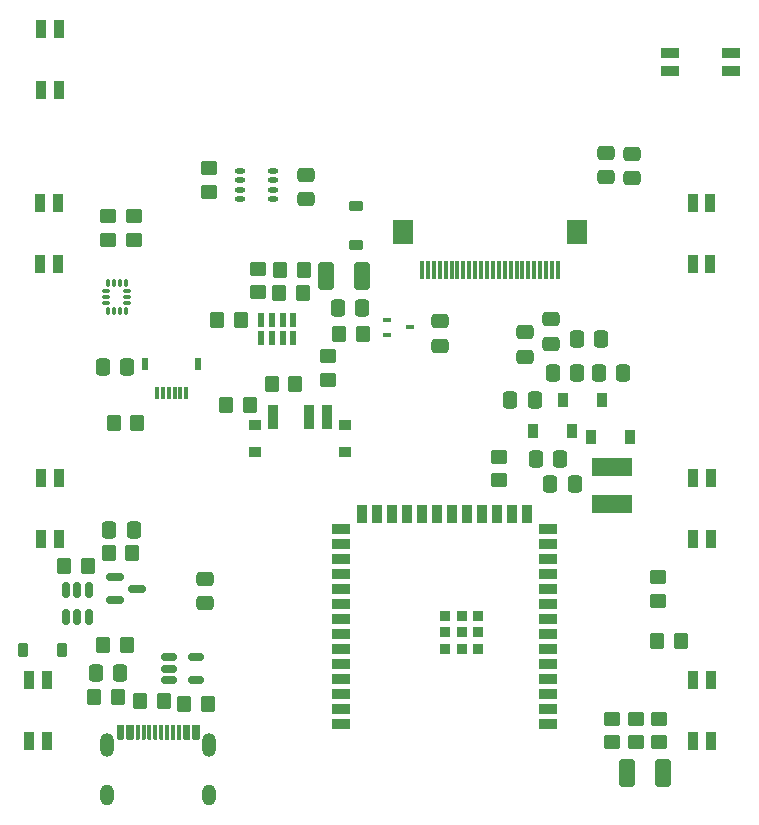
<source format=gtp>
G04 #@! TF.GenerationSoftware,KiCad,Pcbnew,(7.0.0)*
G04 #@! TF.CreationDate,2023-03-27T20:50:48+02:00*
G04 #@! TF.ProjectId,S3-27-epaper-touch,53332d32-372d-4657-9061-7065722d746f,rev?*
G04 #@! TF.SameCoordinates,Original*
G04 #@! TF.FileFunction,Paste,Top*
G04 #@! TF.FilePolarity,Positive*
%FSLAX46Y46*%
G04 Gerber Fmt 4.6, Leading zero omitted, Abs format (unit mm)*
G04 Created by KiCad (PCBNEW (7.0.0)) date 2023-03-27 20:50:48*
%MOMM*%
%LPD*%
G01*
G04 APERTURE LIST*
G04 Aperture macros list*
%AMRoundRect*
0 Rectangle with rounded corners*
0 $1 Rounding radius*
0 $2 $3 $4 $5 $6 $7 $8 $9 X,Y pos of 4 corners*
0 Add a 4 corners polygon primitive as box body*
4,1,4,$2,$3,$4,$5,$6,$7,$8,$9,$2,$3,0*
0 Add four circle primitives for the rounded corners*
1,1,$1+$1,$2,$3*
1,1,$1+$1,$4,$5*
1,1,$1+$1,$6,$7*
1,1,$1+$1,$8,$9*
0 Add four rect primitives between the rounded corners*
20,1,$1+$1,$2,$3,$4,$5,0*
20,1,$1+$1,$4,$5,$6,$7,0*
20,1,$1+$1,$6,$7,$8,$9,0*
20,1,$1+$1,$8,$9,$2,$3,0*%
G04 Aperture macros list end*
%ADD10O,1.200000X2.000000*%
%ADD11O,1.200000X1.800000*%
%ADD12R,0.300000X1.300000*%
%ADD13RoundRect,0.250000X-0.350000X-0.450000X0.350000X-0.450000X0.350000X0.450000X-0.350000X0.450000X0*%
%ADD14RoundRect,0.250000X-0.450000X0.350000X-0.450000X-0.350000X0.450000X-0.350000X0.450000X0.350000X0*%
%ADD15RoundRect,0.225000X0.375000X-0.225000X0.375000X0.225000X-0.375000X0.225000X-0.375000X-0.225000X0*%
%ADD16RoundRect,0.250000X0.350000X0.450000X-0.350000X0.450000X-0.350000X-0.450000X0.350000X-0.450000X0*%
%ADD17RoundRect,0.250000X-0.337500X-0.475000X0.337500X-0.475000X0.337500X0.475000X-0.337500X0.475000X0*%
%ADD18RoundRect,0.250000X0.475000X-0.337500X0.475000X0.337500X-0.475000X0.337500X-0.475000X-0.337500X0*%
%ADD19R,0.500000X1.200000*%
%ADD20RoundRect,0.250000X0.337500X0.475000X-0.337500X0.475000X-0.337500X-0.475000X0.337500X-0.475000X0*%
%ADD21RoundRect,0.250000X0.450000X-0.350000X0.450000X0.350000X-0.450000X0.350000X-0.450000X-0.350000X0*%
%ADD22RoundRect,0.250000X-0.475000X0.337500X-0.475000X-0.337500X0.475000X-0.337500X0.475000X0.337500X0*%
%ADD23R,0.900000X2.000000*%
%ADD24R,1.100000X0.930000*%
%ADD25RoundRect,0.150000X-0.587500X-0.150000X0.587500X-0.150000X0.587500X0.150000X-0.587500X0.150000X0*%
%ADD26R,0.300000X1.500000*%
%ADD27R,1.800000X2.000000*%
%ADD28R,0.900000X1.200000*%
%ADD29RoundRect,0.150000X-0.512500X-0.150000X0.512500X-0.150000X0.512500X0.150000X-0.512500X0.150000X0*%
%ADD30RoundRect,0.250000X-0.412500X-0.925000X0.412500X-0.925000X0.412500X0.925000X-0.412500X0.925000X0*%
%ADD31RoundRect,0.150000X0.150000X-0.512500X0.150000X0.512500X-0.150000X0.512500X-0.150000X-0.512500X0*%
%ADD32R,0.300000X1.000000*%
%ADD33R,0.600000X1.000000*%
%ADD34RoundRect,0.225000X-0.225000X-0.375000X0.225000X-0.375000X0.225000X0.375000X-0.225000X0.375000X0*%
%ADD35R,0.900000X0.900000*%
%ADD36R,1.500000X0.900000*%
%ADD37R,0.900000X1.500000*%
%ADD38RoundRect,0.087500X-0.087500X0.225000X-0.087500X-0.225000X0.087500X-0.225000X0.087500X0.225000X0*%
%ADD39RoundRect,0.087500X-0.225000X0.087500X-0.225000X-0.087500X0.225000X-0.087500X0.225000X0.087500X0*%
%ADD40R,0.700000X0.450000*%
%ADD41R,3.500000X1.600000*%
%ADD42O,0.900000X0.448000*%
%ADD43RoundRect,0.082000X0.328000X0.718000X-0.328000X0.718000X-0.328000X-0.718000X0.328000X-0.718000X0*%
%ADD44RoundRect,0.082000X-0.328000X-0.718000X0.328000X-0.718000X0.328000X0.718000X-0.328000X0.718000X0*%
%ADD45RoundRect,0.082000X-0.718000X0.328000X-0.718000X-0.328000X0.718000X-0.328000X0.718000X0.328000X0*%
G04 APERTURE END LIST*
G36*
X116675000Y-119615000D02*
G01*
X116375000Y-119615000D01*
X116375000Y-118316000D01*
X116675000Y-118316000D01*
X116675000Y-119615000D01*
G37*
G36*
X117175000Y-119615000D02*
G01*
X116875000Y-119615000D01*
X116875000Y-118316000D01*
X117175000Y-118316000D01*
X117175000Y-119615000D01*
G37*
G36*
X117675000Y-119615000D02*
G01*
X117375000Y-119615000D01*
X117375000Y-118316000D01*
X117675000Y-118316000D01*
X117675000Y-119615000D01*
G37*
G36*
X118175000Y-119615000D02*
G01*
X117875000Y-119615000D01*
X117875000Y-118316000D01*
X118175000Y-118316000D01*
X118175000Y-119615000D01*
G37*
G36*
X118675000Y-119615000D02*
G01*
X118375000Y-119615000D01*
X118375000Y-118316000D01*
X118675000Y-118316000D01*
X118675000Y-119615000D01*
G37*
G36*
X119175000Y-119615000D02*
G01*
X118875000Y-119615000D01*
X118875000Y-118316000D01*
X119175000Y-118316000D01*
X119175000Y-119615000D01*
G37*
G36*
X119675000Y-119615000D02*
G01*
X119375000Y-119615000D01*
X119375000Y-118316000D01*
X119675000Y-118316000D01*
X119675000Y-119615000D01*
G37*
G36*
X120175000Y-119615000D02*
G01*
X119875000Y-119615000D01*
X119875000Y-118316000D01*
X120175000Y-118316000D01*
X120175000Y-119615000D01*
G37*
G36*
X115325000Y-119616000D02*
G01*
X114825000Y-119616000D01*
X114825000Y-119593000D01*
X114825000Y-118316000D01*
X115325000Y-118316000D01*
X115325000Y-119616000D01*
G37*
G36*
X116125000Y-119616000D02*
G01*
X115625000Y-119616000D01*
X115625000Y-119593000D01*
X115625000Y-118316000D01*
X116125000Y-118316000D01*
X116125000Y-119616000D01*
G37*
G36*
X120925000Y-119616000D02*
G01*
X120425000Y-119616000D01*
X120425000Y-119593000D01*
X120425000Y-118316000D01*
X120925000Y-118316000D01*
X120925000Y-119616000D01*
G37*
G36*
X121725000Y-119616000D02*
G01*
X121225000Y-119616000D01*
X121225000Y-119593000D01*
X121225000Y-118316000D01*
X121725000Y-118316000D01*
X121725000Y-119616000D01*
G37*
D10*
X113949999Y-120033999D03*
D11*
X113949999Y-124233999D03*
D10*
X122599999Y-120033999D03*
D11*
X122599999Y-124233999D03*
D12*
X114924999Y-118965999D03*
X115724999Y-118965999D03*
X117024999Y-118965999D03*
X118024999Y-118965999D03*
X118524999Y-118965999D03*
X119524999Y-118965999D03*
X120824999Y-118965999D03*
X121624999Y-118965999D03*
X121324999Y-118965999D03*
X120524999Y-118965999D03*
X120024999Y-118965999D03*
X119024999Y-118965999D03*
X117524999Y-118965999D03*
X116524999Y-118965999D03*
X116024999Y-118965999D03*
X115224999Y-118965999D03*
D13*
X110328200Y-104851200D03*
X112328200Y-104851200D03*
D14*
X147100000Y-95600000D03*
X147100000Y-97600000D03*
D15*
X135000000Y-77650000D03*
X135000000Y-74350000D03*
D16*
X114825000Y-115925000D03*
X112825000Y-115925000D03*
D17*
X133475000Y-83050000D03*
X135550000Y-83050000D03*
D14*
X158700000Y-117800000D03*
X158700000Y-119800000D03*
D18*
X149300000Y-87137500D03*
X149300000Y-85062500D03*
D14*
X160700000Y-117800000D03*
X160700000Y-119800000D03*
D19*
X126999999Y-85599999D03*
X127899999Y-85599999D03*
X128799999Y-85599999D03*
X129699999Y-85599999D03*
X129699999Y-83999999D03*
X128799999Y-83999999D03*
X127899999Y-83999999D03*
X126999999Y-83999999D03*
D20*
X152312500Y-95775000D03*
X150237500Y-95775000D03*
D21*
X126700000Y-81700000D03*
X126700000Y-79700000D03*
X116200000Y-77250000D03*
X116200000Y-75250000D03*
D18*
X130800000Y-73837500D03*
X130800000Y-71762500D03*
D17*
X155550000Y-88500000D03*
X157625000Y-88500000D03*
D13*
X128600000Y-79800000D03*
X130600000Y-79800000D03*
X127870000Y-89500000D03*
X129870000Y-89500000D03*
D20*
X155787500Y-85650000D03*
X153712500Y-85650000D03*
D22*
X158400000Y-69962500D03*
X158400000Y-72037500D03*
D21*
X132600000Y-89100000D03*
X132600000Y-87100000D03*
D22*
X156200000Y-69900000D03*
X156200000Y-71975000D03*
D23*
X128019999Y-92248999D03*
X131019999Y-92248999D03*
X132519999Y-92248999D03*
D24*
X134069999Y-92960999D03*
X134069999Y-95230999D03*
X126469999Y-95230999D03*
X126469999Y-92960999D03*
D25*
X114607100Y-105831600D03*
X114607100Y-107731600D03*
X116482100Y-106781600D03*
D16*
X115600000Y-111531400D03*
X113600000Y-111531400D03*
D17*
X112983100Y-113893600D03*
X115058100Y-113893600D03*
D21*
X122600000Y-73200000D03*
X122600000Y-71200000D03*
D26*
X152099999Y-79773999D03*
X151601999Y-79775999D03*
X151101999Y-79775999D03*
X150601999Y-79775999D03*
X150101999Y-79775999D03*
X149601999Y-79775999D03*
X149101999Y-79775999D03*
X148601999Y-79775999D03*
X148101999Y-79775999D03*
X147601999Y-79775999D03*
X147101999Y-79775999D03*
X146601999Y-79775999D03*
X146101999Y-79775999D03*
X145601999Y-79775999D03*
X145101999Y-79775999D03*
X144601999Y-79775999D03*
X144101999Y-79775999D03*
X143601999Y-79775999D03*
X143101999Y-79775999D03*
X142601999Y-79775999D03*
X142101999Y-79775999D03*
X141601999Y-79775999D03*
X141101999Y-79775999D03*
X140601999Y-79775999D03*
D27*
X153749999Y-76623999D03*
X138949999Y-76623999D03*
D17*
X114126100Y-101854000D03*
X116201100Y-101854000D03*
D20*
X153737500Y-88500000D03*
X151662500Y-88500000D03*
D14*
X114000000Y-75250000D03*
X114000000Y-77250000D03*
D28*
X155799999Y-90849999D03*
X152499999Y-90849999D03*
D13*
X160500000Y-111250000D03*
X162500000Y-111250000D03*
X123250000Y-84000000D03*
X125250000Y-84000000D03*
X114500000Y-92750000D03*
X116500000Y-92750000D03*
D18*
X122250000Y-108037500D03*
X122250000Y-105962500D03*
D29*
X119187500Y-112600000D03*
X119187500Y-113550000D03*
X119187500Y-114500000D03*
X121462500Y-114500000D03*
X121462500Y-112600000D03*
D30*
X157925000Y-122400000D03*
X161000000Y-122400000D03*
D31*
X110479800Y-109214500D03*
X111429800Y-109214500D03*
X112379800Y-109214500D03*
X112379800Y-106939500D03*
X111429800Y-106939500D03*
X110479800Y-106939500D03*
D16*
X135600000Y-85200000D03*
X133600000Y-85200000D03*
D32*
X118149999Y-90249999D03*
X118649999Y-90249999D03*
X119149999Y-90249999D03*
X119649999Y-90249999D03*
X120149999Y-90249999D03*
X120649999Y-90249999D03*
D33*
X121649999Y-87749999D03*
X117149999Y-87749999D03*
D13*
X120470000Y-116560600D03*
X122470000Y-116560600D03*
X128500000Y-81750000D03*
X130500000Y-81750000D03*
X116750000Y-116325000D03*
X118750000Y-116325000D03*
D34*
X106850000Y-112000000D03*
X110150000Y-112000000D03*
D20*
X115637500Y-88000000D03*
X113562500Y-88000000D03*
D18*
X142100000Y-86237500D03*
X142100000Y-84162500D03*
D35*
X145375999Y-111889999D03*
X145375999Y-110489999D03*
X145375999Y-109089999D03*
X143975999Y-111889999D03*
X143975999Y-110489999D03*
X143975999Y-109089999D03*
X142575999Y-111889999D03*
X142575999Y-110489999D03*
X142575999Y-109089999D03*
D36*
X151225999Y-118209999D03*
X151225999Y-116939999D03*
X151225999Y-115669999D03*
X151225999Y-114399999D03*
X151225999Y-113129999D03*
X151225999Y-111859999D03*
X151225999Y-110589999D03*
X151225999Y-109319999D03*
X151225999Y-108049999D03*
X151225999Y-106779999D03*
X151225999Y-105509999D03*
X151225999Y-104239999D03*
X151225999Y-102969999D03*
X151225999Y-101699999D03*
D37*
X149460999Y-100449999D03*
X148190999Y-100449999D03*
X146920999Y-100449999D03*
X145650999Y-100449999D03*
X144380999Y-100449999D03*
X143110999Y-100449999D03*
X141840999Y-100449999D03*
X140570999Y-100449999D03*
X139300999Y-100449999D03*
X138030999Y-100449999D03*
X136760999Y-100449999D03*
X135490999Y-100449999D03*
D36*
X133725999Y-101699999D03*
X133725999Y-102969999D03*
X133725999Y-104239999D03*
X133725999Y-105509999D03*
X133725999Y-106779999D03*
X133725999Y-108049999D03*
X133725999Y-109319999D03*
X133725999Y-110589999D03*
X133725999Y-111859999D03*
X133725999Y-113129999D03*
X133725999Y-114399999D03*
X133725999Y-115669999D03*
X133725999Y-116939999D03*
X133725999Y-118209999D03*
D38*
X115500000Y-80925000D03*
X115000000Y-80925000D03*
X114500000Y-80925000D03*
X114000000Y-80925000D03*
D39*
X113837500Y-81587500D03*
X113837500Y-82087500D03*
X113837500Y-82587500D03*
D38*
X114000000Y-83250000D03*
X114500000Y-83250000D03*
X115000000Y-83250000D03*
X115500000Y-83250000D03*
D39*
X115662500Y-82587500D03*
X115662500Y-82087500D03*
X115662500Y-81587500D03*
D28*
X149999999Y-93449999D03*
X153299999Y-93449999D03*
D13*
X114087400Y-103809800D03*
X116087400Y-103809800D03*
D20*
X150137500Y-90800000D03*
X148062500Y-90800000D03*
D30*
X132462500Y-80300000D03*
X135537500Y-80300000D03*
D40*
X137599999Y-83999999D03*
X137599999Y-85299999D03*
X139599999Y-84649999D03*
D20*
X153537500Y-97900000D03*
X151462500Y-97900000D03*
D21*
X160600000Y-107800000D03*
X160600000Y-105800000D03*
D13*
X124000000Y-91200000D03*
X126000000Y-91200000D03*
D41*
X156649999Y-96449999D03*
X156649999Y-99649999D03*
D28*
X158199999Y-93949999D03*
X154899999Y-93949999D03*
D42*
X127999999Y-71399999D03*
X127999999Y-72199999D03*
X127999999Y-72999999D03*
X127999999Y-73799999D03*
X125199999Y-73799999D03*
X125199999Y-72999999D03*
X125199999Y-72199999D03*
X125199999Y-71399999D03*
D18*
X151550000Y-86037500D03*
X151550000Y-83962500D03*
D21*
X156700000Y-119800000D03*
X156700000Y-117800000D03*
D43*
X165070001Y-119700000D03*
X163570001Y-119700000D03*
X163570001Y-114500000D03*
X165070001Y-114500000D03*
X165070001Y-102600000D03*
X163570001Y-102600000D03*
X163570001Y-97400000D03*
X165070001Y-97400000D03*
D44*
X108250000Y-74100000D03*
X109750000Y-74100000D03*
X109750000Y-79300000D03*
X108250000Y-79300000D03*
X108329999Y-97400000D03*
X109829999Y-97400000D03*
X109829999Y-102600000D03*
X108329999Y-102600000D03*
D43*
X165020001Y-79300000D03*
X163520001Y-79300000D03*
X163520001Y-74100000D03*
X165020001Y-74100000D03*
D44*
X107329999Y-114500000D03*
X108829999Y-114500000D03*
X108829999Y-119700000D03*
X107329999Y-119700000D03*
D45*
X166800000Y-61429999D03*
X166800000Y-62929999D03*
X161600000Y-62929999D03*
X161600000Y-61429999D03*
D44*
X108329999Y-59400000D03*
X109829999Y-59400000D03*
X109829999Y-64600000D03*
X108329999Y-64600000D03*
M02*

</source>
